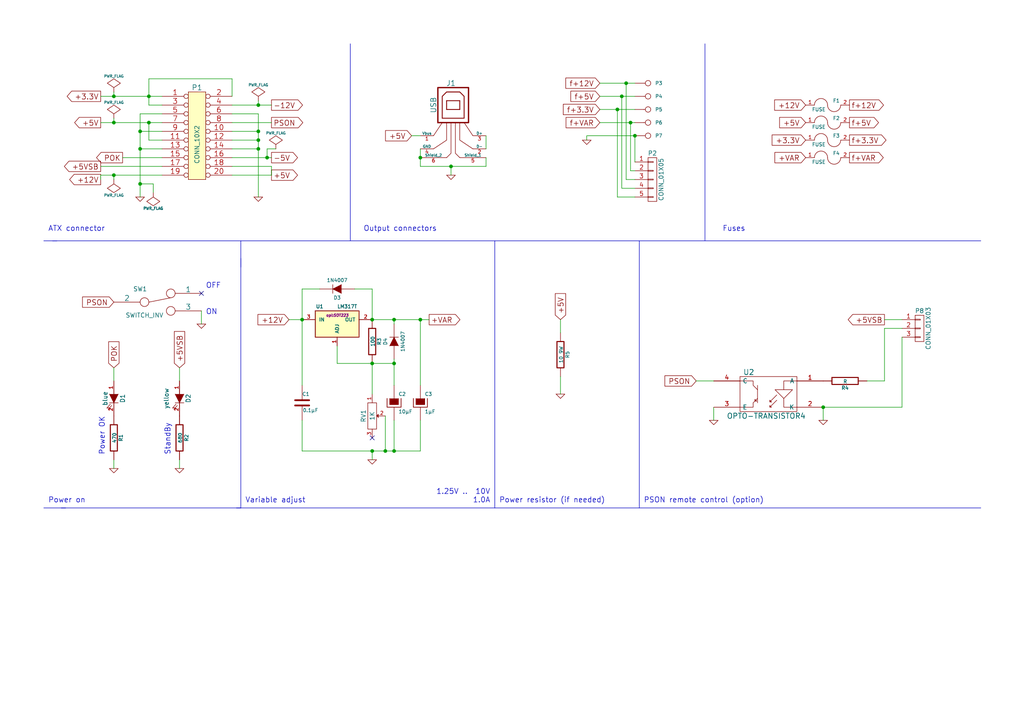
<source format=kicad_sch>
(kicad_sch (version 20230121) (generator eeschema)
  (paper "A4")
  (title_block (title "VATX : Variable ATX Power Supply") (date "18 mai 2015") (rev "v2.3") (company "Fablab Lannion") (comment 1 "Jérôme Labidurie"))
  (lib_symbols
    (symbol "vatx-rescue:C" (pin_numbers hide) (pin_names (offset 0.254))
      (property "Reference" "C" (at 0 2.54 0))
      (property "Value" "C" (at 0.1524 -2.159 0))
      (symbol "C_0_1"
        (polyline (pts (xy -2.032 -0.762) (xy 2.032 -0.762)) (stroke (width 0.508)))
        (polyline (pts (xy -2.032 0.762) (xy 2.032 0.762)) (stroke (width 0.508)))
      )
      (symbol "C_1_1"
        (pin passive line (at 0 5.08 270) (length 4.318) (name "~") (number "1"))
        (pin passive line (at 0 -5.08 90) (length 4.318) (name "~") (number "2"))
      )
    )
    (symbol "vatx-rescue:CAPAPOL" (pin_numbers hide) (pin_names (offset 0.254) hide)
      (property "Reference" "C" (at 1.27 2.54 0))
      (property "Value" "CAPAPOL" (at 1.27 -2.54 0))
      (symbol "CAPAPOL_0_1"
        (polyline (pts (xy -2.032 1.27) (xy -2.032 -1.27) (xy 2.032 -1.27) (xy 2.032 1.27)) (stroke (width 0.2032)))
        (polyline (pts (xy -1.27 1.27) (xy -1.27 -0.508) (xy 1.27 -0.508) (xy 1.27 1.27)) (fill (type outline)))
      )
      (symbol "CAPAPOL_1_1"
        (pin passive line (at 0 5.08 270) (length 3.81) (name "~") (number "1"))
        (pin passive line (at 0 -5.08 90) (length 3.81) (name "~") (number "2"))
      )
    )
    (symbol "vatx-rescue:CONN_01X03" (pin_names (offset 1.016) hide)
      (property "Reference" "P" (at 0 5.08 0))
      (property "Value" "CONN_01X03" (at 2.54 0 90))
      (symbol "CONN_01X03_0_1"
        (rectangle (start -1.27 -2.413) (end 0.254 -2.667))
        (rectangle (start -1.27 0.127) (end 0.254 -0.127))
        (rectangle (start -1.27 2.667) (end 0.254 2.413))
        (rectangle (start -1.27 3.81) (end 1.27 -3.81))
      )
      (symbol "CONN_01X03_1_1"
        (pin passive line (at -5.08 2.54 0) (length 3.81) (name "P1") (number "1"))
        (pin passive line (at -5.08 0 0) (length 3.81) (name "P2") (number "2"))
        (pin passive line (at -5.08 -2.54 0) (length 3.81) (name "P3") (number "3"))
      )
    )
    (symbol "vatx-rescue:CONN_01X05" (pin_names (offset 1.016) hide)
      (property "Reference" "P" (at 0 7.62 0))
      (property "Value" "CONN_01X05" (at 2.54 0 90))
      (symbol "CONN_01X05_0_1"
        (rectangle (start -1.27 -4.953) (end 0.254 -5.207))
        (rectangle (start -1.27 -2.413) (end 0.254 -2.667))
        (rectangle (start -1.27 0.127) (end 0.254 -0.127))
        (rectangle (start -1.27 2.667) (end 0.254 2.413))
        (rectangle (start -1.27 5.207) (end 0.254 4.953))
        (rectangle (start -1.27 6.35) (end 1.27 -6.35))
      )
      (symbol "CONN_01X05_1_1"
        (pin passive line (at -5.08 5.08 0) (length 3.81) (name "P1") (number "1"))
        (pin passive line (at -5.08 2.54 0) (length 3.81) (name "P2") (number "2"))
        (pin passive line (at -5.08 0 0) (length 3.81) (name "P3") (number "3"))
        (pin passive line (at -5.08 -2.54 0) (length 3.81) (name "P4") (number "4"))
        (pin passive line (at -5.08 -5.08 0) (length 3.81) (name "P5") (number "5"))
      )
    )
    (symbol "vatx-rescue:CONN_1" (pin_numbers hide) (pin_names (offset 0.762) hide)
      (property "Reference" "P" (at 2.032 0 0))
      (symbol "CONN_1_0_1"
        (polyline (pts (xy -0.762 0) (xy -1.27 0)))
        (circle (center 0 0) (radius 0.7874))
      )
      (symbol "CONN_1_1_1"
        (pin passive line (at -3.81 0 0) (length 2.54) (name "1") (number "1"))
      )
    )
    (symbol "vatx-rescue:CONN_10X2" (pin_names (offset 0.254) hide)
      (property "Reference" "P" (at 0 13.97 0))
      (property "Value" "CONN_10X2" (at 0 -2.54 90))
      (symbol "CONN_10X2_0_1"
        (rectangle (start -2.54 12.7) (end 2.54 -12.7) (fill (type background)))
      )
      (symbol "CONN_10X2_1_1"
        (pin passive inverted (at -10.16 11.43 0) (length 7.62) (name "P1") (number "1"))
        (pin passive inverted (at 10.16 1.27 180) (length 7.62) (name "P10") (number "10"))
        (pin passive inverted (at -10.16 -1.27 0) (length 7.62) (name "P11") (number "11"))
        (pin passive inverted (at 10.16 -1.27 180) (length 7.62) (name "P12") (number "12"))
        (pin passive inverted (at -10.16 -3.81 0) (length 7.62) (name "P13") (number "13"))
        (pin passive inverted (at 10.16 -3.81 180) (length 7.62) (name "P14") (number "14"))
        (pin passive inverted (at -10.16 -6.35 0) (length 7.62) (name "P15") (number "15"))
        (pin passive inverted (at 10.16 -6.35 180) (length 7.62) (name "P16") (number "16"))
        (pin passive inverted (at -10.16 -8.89 0) (length 7.62) (name "P17") (number "17"))
        (pin passive inverted (at 10.16 -8.89 180) (length 7.62) (name "P18") (number "18"))
        (pin passive inverted (at -10.16 -11.43 0) (length 7.62) (name "P19") (number "19"))
        (pin passive inverted (at 10.16 11.43 180) (length 7.62) (name "P2") (number "2"))
        (pin passive inverted (at 10.16 -11.43 180) (length 7.62) (name "P20") (number "20"))
        (pin passive inverted (at -10.16 8.89 0) (length 7.62) (name "P3") (number "3"))
        (pin passive inverted (at 10.16 8.89 180) (length 7.62) (name "P4") (number "4"))
        (pin passive inverted (at -10.16 6.35 0) (length 7.62) (name "P5") (number "5"))
        (pin passive inverted (at 10.16 6.35 180) (length 7.62) (name "P6") (number "6"))
        (pin passive inverted (at -10.16 3.81 0) (length 7.62) (name "P7") (number "7"))
        (pin passive inverted (at 10.16 3.81 180) (length 7.62) (name "P8") (number "8"))
        (pin passive inverted (at -10.16 1.27 0) (length 7.62) (name "P9") (number "9"))
      )
    )
    (symbol "vatx-rescue:DIODE" (pin_numbers hide) (pin_names (offset 1.016) hide)
      (property "Reference" "D" (at 0 2.54 0))
      (property "Value" "DIODE" (at 0 -2.54 0))
      (symbol "DIODE_0_1"
        (polyline (pts (xy 1.27 1.27) (xy 1.27 -1.27)) (stroke (width 0.1524)))
        (polyline (pts (xy -1.27 1.27) (xy 1.27 0) (xy -1.27 -1.27)) (fill (type outline)))
      )
      (symbol "DIODE_1_1"
        (pin passive line (at -5.08 0 0) (length 3.81) (name "A") (number "1"))
        (pin passive line (at 5.08 0 180) (length 3.81) (name "K") (number "2"))
      )
    )
    (symbol "vatx-rescue:FUSE" (pin_names (offset 0.254))
      (property "Reference" "F" (at 2.54 1.27 0))
      (property "Value" "FUSE" (at -2.54 -1.27 0))
      (symbol "FUSE_0_1"
        (arc (start 0 0) (mid -1.905 1.8967) (end -3.81 0))
        (arc (start 0 0) (mid 1.905 -1.8967) (end 3.81 0))
      )
      (symbol "FUSE_1_1"
        (pin input line (at -6.35 0 0) (length 2.54) (name "~") (number "1"))
        (pin input line (at 6.35 0 180) (length 2.54) (name "~") (number "2"))
      )
    )
    (symbol "vatx-rescue:GND" (power) (pin_names (offset 0))
      (symbol "GND_0_1"
        (polyline (pts (xy -1.27 0) (xy 0 -1.27) (xy 1.27 0) (xy -1.27 0)))
      )
      (symbol "GND_1_1"
        (pin power_in line (at 0 0 90) (length 0) hide (name "GND") (number "1"))
      )
    )
    (symbol "vatx-rescue:LED" (pin_names (offset 1.016) hide)
      (property "Reference" "D" (at 0 2.54 0))
      (property "Value" "LED" (at 0 -2.54 0))
      (symbol "LED_0_1"
        (polyline (pts (xy 1.27 1.27) (xy 1.27 -1.27)))
        (polyline (pts (xy -1.27 1.27) (xy 1.27 0) (xy -1.27 -1.27)) (fill (type outline)))
        (polyline (pts (xy 1.651 -1.016) (xy 2.794 -2.032) (xy 2.667 -1.397)))
        (polyline (pts (xy 2.032 -0.635) (xy 3.175 -1.651) (xy 3.048 -1.016)))
      )
      (symbol "LED_1_1"
        (pin passive line (at -5.08 0 0) (length 3.81) (name "A") (number "1"))
        (pin passive line (at 5.08 0 180) (length 3.81) (name "K") (number "2"))
      )
    )
    (symbol "vatx-rescue:LM317T" (pin_names (offset 1.016))
      (property "Reference" "U" (at -5.08 5.08 0))
      (property "Value" "LM317T" (at 0 5.08 0))
      (property "Footprint" "TO-220" (at 0 2.54 0))
      (symbol "LM317T_0_1"
        (rectangle (start -6.35 3.81) (end 6.35 -3.81) (stroke (width 0.254)) (fill (type background)))
      )
      (symbol "LM317T_1_1"
        (pin input line (at 0 -6.35 90) (length 2.54) (name "ADJ") (number "1"))
        (pin power_out line (at 10.16 1.27 180) (length 3.81) (name "OUT") (number "2"))
        (pin input line (at -10.16 1.27 0) (length 3.81) (name "IN") (number "3"))
      )
    )
    (symbol "vatx-rescue:OPTO-TRANSISTOR4" (pin_names (offset 0.762))
      (property "Reference" "U" (at 5.08 6.35 0))
      (property "Value" "OPTO-TRANSISTOR4" (at 0 -6.35 0))
      (symbol "OPTO-TRANSISTOR4_0_1"
        (rectangle (start -8.89 5.08) (end 7.62 -5.08))
        (polyline (pts (xy -8.89 -3.81) (xy -7.62 -3.81) (xy -7.62 -3.81)))
        (polyline (pts (xy -8.89 3.81) (xy -7.62 3.81) (xy -7.62 3.81)))
        (polyline (pts (xy -1.524 -2.286) (xy -1.016 -1.778) (xy -1.016 -1.778)))
        (polyline (pts (xy 2.54 2.54) (xy 2.54 -2.54) (xy 2.54 -2.54)))
        (polyline (pts (xy 7.62 -3.81) (xy 6.35 -3.81) (xy 6.35 -3.81)))
        (polyline (pts (xy 7.62 3.81) (xy 6.35 3.81) (xy 6.35 3.81)))
        (polyline (pts (xy -5.08 -1.27) (xy -5.08 -3.81) (xy -7.62 -3.81) (xy -7.62 -3.81)))
        (polyline (pts (xy 2.54 -1.27) (xy 3.81 -2.54) (xy 3.81 -3.81) (xy 6.35 -3.81) (xy 6.35 -3.81)))
        (polyline (pts (xy 2.54 1.27) (xy 3.81 2.54) (xy 3.81 3.81) (xy 6.35 3.81) (xy 6.35 3.81)))
        (polyline (pts (xy 2.794 -2.032) (xy 3.302 -1.524) (xy 3.302 -2.032) (xy 2.794 -2.032) (xy 2.794 -2.032)))
        (polyline (pts (xy -3.048 -0.254) (xy -1.016 -2.286) (xy -1.016 -1.778) (xy -1.016 -2.286) (xy -1.524 -2.286) (xy -1.524 -2.286)))
        (polyline (pts (xy -3.048 -1.778) (xy -1.016 -3.81) (xy -1.016 -3.302) (xy -1.016 -3.81) (xy -1.524 -3.81) (xy -1.016 -3.302) (xy -1.016 -3.302)))
        (polyline (pts (xy -7.62 3.81) (xy -5.08 3.81) (xy -5.08 1.27) (xy -7.62 1.27) (xy -5.08 -1.27) (xy -2.54 1.27) (xy -5.08 1.27) (xy -5.08 1.27)))
      )
      (symbol "OPTO-TRANSISTOR4_1_1"
        (pin input line (at -16.51 3.81 0) (length 7.62) (name "A") (number "1"))
        (pin input line (at -16.51 -3.81 0) (length 7.62) (name "K") (number "2"))
        (pin output line (at 15.24 -3.81 180) (length 7.62) (name "E") (number "3"))
        (pin output line (at 15.24 3.81 180) (length 7.62) (name "C") (number "4"))
      )
    )
    (symbol "vatx-rescue:POT" (pin_names (offset 1.016) hide)
      (property "Reference" "RV" (at 0 -2.54 0))
      (property "Value" "POT" (at 0 0 0))
      (symbol "POT_0_1"
        (rectangle (start -3.81 1.27) (end 3.81 -1.27))
        (polyline (pts (xy 0 1.27) (xy -0.508 1.778) (xy 0.508 1.778)) (fill (type outline)))
      )
      (symbol "POT_1_1"
        (pin passive line (at -6.35 0 0) (length 2.54) (name "1") (number "1"))
        (pin passive line (at 0 3.81 270) (length 2.032) (name "2") (number "2"))
        (pin passive line (at 6.35 0 180) (length 2.54) (name "3") (number "3"))
      )
    )
    (symbol "vatx-rescue:PWR_FLAG" (power) (pin_numbers hide) (pin_names (offset 0) hide)
      (property "Value" "PWR_FLAG" (at 0 4.572 0))
      (symbol "PWR_FLAG_0_0"
        (pin power_out line (at 0 0 90) (length 0) (name "pwr") (number "1"))
      )
      (symbol "PWR_FLAG_0_1"
        (polyline (pts (xy 0 0) (xy 0 1.27) (xy -1.905 2.54) (xy 0 3.81) (xy 1.905 2.54) (xy 0 1.27)))
      )
    )
    (symbol "vatx-rescue:R" (pin_numbers hide) (pin_names (offset 0))
      (property "Reference" "R" (at 2.032 0 90))
      (property "Value" "R" (at 0.1778 0.0254 90))
      (symbol "R_0_1"
        (rectangle (start -1.016 3.81) (end 1.016 -3.81) (stroke (width 0.3048)))
      )
      (symbol "R_1_1"
        (pin passive line (at 0 6.35 270) (length 2.54) (name "~") (number "1"))
        (pin passive line (at 0 -6.35 90) (length 2.54) (name "~") (number "2"))
      )
    )
    (symbol "vatx-rescue:SWITCH_INV" (pin_numbers hide) (pin_names (offset 0))
      (property "Reference" "SW" (at -5.08 3.81 0))
      (property "Value" "SWITCH_INV" (at -3.81 -3.81 0))
      (symbol "SWITCH_INV_0_0"
        (circle (center -3.81 0) (radius 1.27))
        (circle (center 3.81 -2.54) (radius 1.27))
      )
      (symbol "SWITCH_INV_0_1"
        (polyline (pts (xy -2.54 0) (xy 3.81 1.27)))
        (circle (center 3.81 2.54) (radius 1.27))
      )
      (symbol "SWITCH_INV_1_1"
        (pin passive line (at 12.7 2.54 180) (length 7.62) (name "1") (number "1"))
        (pin passive line (at -12.7 0 0) (length 7.62) (name "2") (number "2"))
        (pin passive line (at 12.7 -2.54 180) (length 7.62) (name "3") (number "3"))
      )
    )
    (symbol "vatx-rescue:USB" (pin_names (offset 0))
      (property "Reference" "J" (at -1.27 10.16 0))
      (property "Value" "USB" (at -6.35 3.81 90))
      (symbol "USB_0_1"
        (rectangle (start -2.54 5.08) (end -2.54 2.54) (stroke (width 0.254)))
        (rectangle (start -2.54 5.08) (end -2.54 5.08))
        (rectangle (start -2.54 5.08) (end 1.27 5.08) (stroke (width 0.254)))
        (polyline (pts (xy -3.81 -1.27) (xy -6.35 -5.08) (xy -6.35 -5.08)))
        (polyline (pts (xy 2.54 -1.27) (xy 5.08 -5.08) (xy 5.08 -5.08)))
        (polyline (pts (xy -2.54 -11.43) (xy -1.27 -10.16) (xy -1.27 -1.27) (xy -1.27 -1.27)))
        (polyline (pts (xy -2.54 -1.27) (xy -2.54 -6.35) (xy -6.35 -8.89) (xy -6.35 -8.89)))
        (polyline (pts (xy 0 -1.27) (xy 0 -10.16) (xy 1.27 -11.43) (xy 1.27 -11.43)))
        (polyline (pts (xy 1.27 -1.27) (xy 1.27 -6.35) (xy 5.08 -8.89) (xy 5.08 -8.89)))
        (polyline (pts (xy -5.08 -1.27) (xy 3.81 -1.27) (xy 3.81 8.89) (xy -5.08 8.89) (xy -5.08 -1.27) (xy -5.08 -1.27)) (stroke (width 0.381)))
        (polyline (pts (xy -3.81 0) (xy 2.54 0) (xy 2.54 6.35) (xy 1.27 7.62) (xy -2.54 7.62) (xy -3.81 6.35) (xy -3.81 0) (xy -3.81 0) (xy -3.81 0)) (stroke (width 0.254)))
        (rectangle (start 1.27 2.54) (end -2.54 2.54) (stroke (width 0.254)))
        (rectangle (start 1.27 2.54) (end 1.27 5.08) (stroke (width 0.254)))
      )
      (symbol "USB_1_1"
        (pin power_out line (at -10.16 -5.08 0) (length 3.81) (name "Vbus") (number "1"))
        (pin bidirectional line (at 8.89 -8.89 180) (length 3.81) (name "D-") (number "2"))
        (pin bidirectional line (at 8.89 -5.08 180) (length 3.81) (name "D+") (number "3"))
        (pin power_in line (at -10.16 -8.89 0) (length 3.81) (name "GND") (number "4"))
        (pin passive line (at 8.89 -11.43 180) (length 7.62) (name "Shield_1") (number "5"))
        (pin passive line (at -10.16 -11.43 0) (length 7.62) (name "Shield_2") (number "6"))
      )
    )
  )
  (junction (at 33.02 27.94))
  (junction (at 130.81 48.26))
  (junction (at 40.64 43.18))
  (junction (at 107.95 92.71))
  (junction (at 40.64 53.34))
  (junction (at 114.3 130.81))
  (junction (at 181.61 24.13))
  (junction (at 114.3 92.71))
  (junction (at 182.88 35.56))
  (junction (at 180.34 27.94))
  (junction (at 111.76 130.81))
  (junction (at 40.64 38.1))
  (junction (at 107.95 105.41))
  (junction (at 33.02 50.8))
  (junction (at 238.76 118.11))
  (junction (at 114.3 105.41))
  (junction (at 107.95 130.81))
  (junction (at 43.18 35.56))
  (junction (at 33.02 35.56))
  (junction (at 179.07 31.75))
  (junction (at 121.92 92.71))
  (junction (at 74.93 38.1))
  (junction (at 184.15 39.37))
  (junction (at 74.93 40.64))
  (junction (at 87.63 92.71))
  (junction (at 121.92 45.72))
  (junction (at 74.93 30.48))
  (junction (at 77.47 45.72))
  (junction (at 74.93 43.18))
  (junction (at 43.18 27.94))
  (no_connect (at 107.95 127))
  (no_connect (at 58.42 85.09))
  (wire (pts (xy 180.34 54.61) (xy 180.34 27.94)))
  (wire (pts (xy 261.62 92.71) (xy 256.54 92.71)))
  (wire (pts (xy 119.38 39.37) (xy 121.92 39.37)))
  (wire (pts (xy 87.63 130.81) (xy 107.95 130.81)))
  (wire (pts (xy 107.95 130.81) (xy 111.76 130.81)))
  (wire (pts (xy 52.07 133.35) (xy 52.07 135.89)))
  (polyline (pts (xy 204.47 69.85) (xy 204.47 12.7)))
  (wire (pts (xy 114.3 92.71) (xy 121.92 92.71)))
  (wire (pts (xy 33.02 110.49) (xy 33.02 106.68)))
  (polyline (pts (xy 16.51 69.85) (xy 12.7 69.85)))
  (polyline (pts (xy 101.6 69.85) (xy 101.6 12.7)))
  (wire (pts (xy 162.56 109.22) (xy 162.56 114.3)))
  (wire (pts (xy 179.07 31.75) (xy 184.15 31.75)))
  (wire (pts (xy 184.15 39.37) (xy 184.15 46.99)))
  (wire (pts (xy 87.63 121.92) (xy 87.63 130.81)))
  (wire (pts (xy 67.31 35.56) (xy 78.74 35.56)))
  (wire (pts (xy 29.21 27.94) (xy 33.02 27.94)))
  (wire (pts (xy 184.15 49.53) (xy 182.88 49.53)))
  (wire (pts (xy 130.81 48.26) (xy 140.97 48.26)))
  (wire (pts (xy 92.71 83.82) (xy 87.63 83.82)))
  (wire (pts (xy 67.31 38.1) (xy 74.93 38.1)))
  (wire (pts (xy 179.07 57.15) (xy 179.07 31.75)))
  (wire (pts (xy 107.95 83.82) (xy 102.87 83.82)))
  (wire (pts (xy 111.76 120.65) (xy 111.76 130.81)))
  (wire (pts (xy 114.3 105.41) (xy 114.3 111.76)))
  (wire (pts (xy 67.31 40.64) (xy 74.93 40.64)))
  (wire (pts (xy 140.97 39.37) (xy 140.97 43.18)))
  (wire (pts (xy 121.92 48.26) (xy 130.81 48.26)))
  (wire (pts (xy 182.88 35.56) (xy 184.15 35.56)))
  (wire (pts (xy 40.64 53.34) (xy 44.45 53.34)))
  (wire (pts (xy 184.15 54.61) (xy 180.34 54.61)))
  (wire (pts (xy 87.63 92.71) (xy 83.82 92.71)))
  (wire (pts (xy 33.02 35.56) (xy 33.02 34.29)))
  (wire (pts (xy 121.92 45.72) (xy 121.92 48.26)))
  (wire (pts (xy 201.93 110.49) (xy 207.01 110.49)))
  (wire (pts (xy 67.31 43.18) (xy 74.93 43.18)))
  (wire (pts (xy 130.81 48.26) (xy 130.81 50.8)))
  (wire (pts (xy 44.45 53.34) (xy 44.45 55.88)))
  (wire (pts (xy 33.02 50.8) (xy 29.21 50.8)))
  (wire (pts (xy 52.07 110.49) (xy 52.07 106.68)))
  (polyline (pts (xy 19.05 147.32) (xy 12.7 147.32)))
  (wire (pts (xy 43.18 40.64) (xy 43.18 35.56)))
  (wire (pts (xy 58.42 90.17) (xy 58.42 93.98)))
  (wire (pts (xy 46.99 40.64) (xy 43.18 40.64)))
  (wire (pts (xy 173.99 24.13) (xy 181.61 24.13)))
  (wire (pts (xy 256.54 110.49) (xy 251.46 110.49)))
  (polyline (pts (xy 69.85 77.47) (xy 69.85 69.85)))
  (wire (pts (xy 33.02 52.07) (xy 33.02 50.8)))
  (wire (pts (xy 87.63 92.71) (xy 87.63 111.76)))
  (wire (pts (xy 40.64 33.02) (xy 40.64 38.1)))
  (wire (pts (xy 238.76 118.11) (xy 238.76 121.92)))
  (wire (pts (xy 261.62 97.79) (xy 261.62 118.11)))
  (wire (pts (xy 43.18 22.86) (xy 43.18 27.94)))
  (wire (pts (xy 78.74 50.8) (xy 78.74 48.26)))
  (wire (pts (xy 97.79 100.33) (xy 97.79 105.41)))
  (wire (pts (xy 46.99 38.1) (xy 40.64 38.1)))
  (wire (pts (xy 181.61 52.07) (xy 181.61 24.13)))
  (wire (pts (xy 33.02 27.94) (xy 33.02 26.67)))
  (wire (pts (xy 74.93 33.02) (xy 74.93 38.1)))
  (wire (pts (xy 46.99 35.56) (xy 43.18 35.56)))
  (wire (pts (xy 67.31 30.48) (xy 74.93 30.48)))
  (wire (pts (xy 40.64 38.1) (xy 40.64 43.18)))
  (wire (pts (xy 114.3 121.92) (xy 114.3 130.81)))
  (wire (pts (xy 74.93 38.1) (xy 74.93 40.64)))
  (wire (pts (xy 162.56 92.71) (xy 162.56 96.52)))
  (wire (pts (xy 33.02 133.35) (xy 33.02 135.89)))
  (wire (pts (xy 184.15 52.07) (xy 181.61 52.07)))
  (wire (pts (xy 111.76 130.81) (xy 114.3 130.81)))
  (wire (pts (xy 74.93 30.48) (xy 78.74 30.48)))
  (wire (pts (xy 121.92 43.18) (xy 121.92 45.72)))
  (wire (pts (xy 114.3 104.14) (xy 114.3 105.41)))
  (wire (pts (xy 121.92 92.71) (xy 124.46 92.71)))
  (wire (pts (xy 173.99 27.94) (xy 180.34 27.94)))
  (wire (pts (xy 46.99 45.72) (xy 35.56 45.72)))
  (wire (pts (xy 43.18 27.94) (xy 43.18 30.48)))
  (wire (pts (xy 87.63 83.82) (xy 87.63 92.71)))
  (wire (pts (xy 114.3 130.81) (xy 121.92 130.81)))
  (wire (pts (xy 67.31 27.94) (xy 67.31 22.86)))
  (wire (pts (xy 43.18 30.48) (xy 46.99 30.48)))
  (polyline (pts (xy 185.42 147.32) (xy 185.42 69.85)))
  (wire (pts (xy 67.31 45.72) (xy 77.47 45.72)))
  (wire (pts (xy 97.79 105.41) (xy 107.95 105.41)))
  (wire (pts (xy 40.64 53.34) (xy 40.64 57.15)))
  (wire (pts (xy 256.54 95.25) (xy 256.54 110.49)))
  (wire (pts (xy 77.47 45.72) (xy 78.74 45.72)))
  (wire (pts (xy 121.92 130.81) (xy 121.92 121.92)))
  (wire (pts (xy 170.18 39.37) (xy 170.18 40.64)))
  (wire (pts (xy 46.99 33.02) (xy 40.64 33.02)))
  (wire (pts (xy 67.31 48.26) (xy 78.74 48.26)))
  (wire (pts (xy 43.18 27.94) (xy 46.99 27.94)))
  (wire (pts (xy 207.01 118.11) (xy 207.01 121.92)))
  (wire (pts (xy 74.93 43.18) (xy 74.93 57.15)))
  (wire (pts (xy 107.95 92.71) (xy 114.3 92.71)))
  (wire (pts (xy 107.95 114.3) (xy 107.95 105.41)))
  (wire (pts (xy 107.95 105.41) (xy 114.3 105.41)))
  (wire (pts (xy 40.64 43.18) (xy 40.64 53.34)))
  (wire (pts (xy 114.3 93.98) (xy 114.3 92.71)))
  (wire (pts (xy 29.21 50.8) (xy 29.21 52.07)))
  (wire (pts (xy 184.15 57.15) (xy 179.07 57.15)))
  (wire (pts (xy 67.31 50.8) (xy 78.74 50.8)))
  (wire (pts (xy 67.31 33.02) (xy 74.93 33.02)))
  (wire (pts (xy 173.99 31.75) (xy 179.07 31.75)))
  (wire (pts (xy 67.31 22.86) (xy 43.18 22.86)))
  (polyline (pts (xy 69.85 147.32) (xy 17.78 147.32)))
  (wire (pts (xy 107.95 92.71) (xy 107.95 83.82)))
  (wire (pts (xy 46.99 50.8) (xy 33.02 50.8)))
  (wire (pts (xy 46.99 48.26) (xy 29.21 48.26)))
  (wire (pts (xy 74.93 40.64) (xy 74.93 43.18)))
  (wire (pts (xy 80.01 43.18) (xy 77.47 43.18)))
  (wire (pts (xy 121.92 111.76) (xy 121.92 92.71)))
  (wire (pts (xy 107.95 133.35) (xy 107.95 130.81)))
  (wire (pts (xy 33.02 35.56) (xy 29.21 35.56)))
  (wire (pts (xy 43.18 35.56) (xy 33.02 35.56)))
  (wire (pts (xy 181.61 24.13) (xy 184.15 24.13)))
  (wire (pts (xy 170.18 39.37) (xy 184.15 39.37)))
  (wire (pts (xy 180.34 27.94) (xy 184.15 27.94)))
  (polyline (pts (xy 69.85 74.93) (xy 69.85 147.32)))
  (wire (pts (xy 46.99 43.18) (xy 40.64 43.18)))
  (wire (pts (xy 173.99 35.56) (xy 182.88 35.56)))
  (polyline (pts (xy 143.51 147.32) (xy 143.51 69.85)))
  (wire (pts (xy 261.62 118.11) (xy 238.76 118.11)))
  (wire (pts (xy 74.93 29.21) (xy 74.93 30.48)))
  (polyline (pts (xy 15.24 69.85) (xy 284.48 69.85)))
  (wire (pts (xy 261.62 95.25) (xy 256.54 95.25)))
  (polyline (pts (xy 68.58 147.32) (xy 284.48 147.32)))
  (wire (pts (xy 77.47 43.18) (xy 77.47 45.72)))
  (wire (pts (xy 140.97 48.26) (xy 140.97 45.72)))
  (wire (pts (xy 33.02 27.94) (xy 43.18 27.94)))
  (wire (pts (xy 182.88 49.53) (xy 182.88 35.56)))
  (text "1.25V ..  10V\n1.0A" (at 142.24 146.05 0) (effects (font (size 1.524 1.524)) (justify right bottom)))
  (text "Power resistor (if needed)" (at 144.78 146.05 0) (effects (font (size 1.524 1.524)) (justify left bottom)))
  (text "Power on" (at 13.97 146.05 0) (effects (font (size 1.524 1.524)) (justify left bottom)))
  (text "Power OK" (at 30.48 132.08 90) (effects (font (size 1.524 1.524)) (justify left bottom)))
  (text "StandBy" (at 49.53 132.08 90) (effects (font (size 1.524 1.524)) (justify left bottom)))
  (text "ATX connector" (at 30.48 67.31 0) (effects (font (size 1.524 1.524)) (justify right bottom)))
  (text "Output connectors" (at 105.41 67.31 0) (effects (font (size 1.524 1.524)) (justify left bottom)))
  (text "Fuses" (at 209.55 67.31 0) (effects (font (size 1.524 1.524)) (justify left bottom)))
  (text "ON" (at 59.69 91.44 0) (effects (font (size 1.524 1.524)) (justify left bottom)))
  (text "Variable adjust" (at 71.12 146.05 0) (effects (font (size 1.524 1.524)) (justify left bottom)))
  (text "OFF" (at 59.69 83.82 0) (effects (font (size 1.524 1.524)) (justify left bottom)))
  (text "PSON remote control (option)" (at 186.69 146.05 0) (effects (font (size 1.524 1.524)) (justify left bottom)))
  (global_label "PSON" (shape input) (at 201.93 110.49 180) (effects (font (size 1.524 1.524))) (property "Intersheetrefs" "${INTERSHEET_REFS}" (effects hide)))
  (global_label "+3.3V" (shape output) (at 29.21 27.94 180) (effects (font (size 1.524 1.524))) (property "Intersheetrefs" "${INTERSHEET_REFS}" (effects hide)))
  (global_label "-5V" (shape output) (at 78.74 45.72 0) (effects (font (size 1.524 1.524))) (property "Intersheetrefs" "${INTERSHEET_REFS}" (effects hide)))
  (global_label "f+5V" (shape input) (at 173.99 27.94 180) (effects (font (size 1.524 1.524))) (property "Intersheetrefs" "${INTERSHEET_REFS}" (effects hide)))
  (global_label "+12V" (shape output) (at 29.21 52.07 180) (effects (font (size 1.524 1.524))) (property "Intersheetrefs" "${INTERSHEET_REFS}" (effects hide)))
  (global_label "PSON" (shape output) (at 78.74 35.56 0) (effects (font (size 1.524 1.524))) (property "Intersheetrefs" "${INTERSHEET_REFS}" (effects hide)))
  (global_label "+VAR" (shape input) (at 233.68 45.72 180) (effects (font (size 1.524 1.524))) (property "Intersheetrefs" "${INTERSHEET_REFS}" (effects hide)))
  (global_label "+5V" (shape output) (at 29.21 35.56 180) (effects (font (size 1.524 1.524))) (property "Intersheetrefs" "${INTERSHEET_REFS}" (effects hide)))
  (global_label "f+5V" (shape output) (at 246.38 35.56 0) (effects (font (size 1.524 1.524))) (property "Intersheetrefs" "${INTERSHEET_REFS}" (effects hide)))
  (global_label "PSON" (shape input) (at 33.02 87.63 180) (effects (font (size 1.524 1.524))) (property "Intersheetrefs" "${INTERSHEET_REFS}" (effects hide)))
  (global_label "+5VSB" (shape output) (at 256.54 92.71 180) (effects (font (size 1.524 1.524))) (property "Intersheetrefs" "${INTERSHEET_REFS}" (effects hide)))
  (global_label "POK" (shape input) (at 33.02 106.68 90) (effects (font (size 1.524 1.524))) (property "Intersheetrefs" "${INTERSHEET_REFS}" (effects hide)))
  (global_label "f+3.3V" (shape output) (at 246.38 40.64 0) (effects (font (size 1.524 1.524))) (property "Intersheetrefs" "${INTERSHEET_REFS}" (effects hide)))
  (global_label "f+12V" (shape input) (at 173.99 24.13 180) (effects (font (size 1.524 1.524))) (property "Intersheetrefs" "${INTERSHEET_REFS}" (effects hide)))
  (global_label "+5V" (shape input) (at 162.56 92.71 90) (effects (font (size 1.524 1.524))) (property "Intersheetrefs" "${INTERSHEET_REFS}" (effects hide)))
  (global_label "POK" (shape output) (at 35.56 45.72 180) (effects (font (size 1.524 1.524))) (property "Intersheetrefs" "${INTERSHEET_REFS}" (effects hide)))
  (global_label "+5V" (shape input) (at 233.68 35.56 180) (effects (font (size 1.524 1.524))) (property "Intersheetrefs" "${INTERSHEET_REFS}" (effects hide)))
  (global_label "+5VSB" (shape input) (at 52.07 106.68 90) (effects (font (size 1.524 1.524))) (property "Intersheetrefs" "${INTERSHEET_REFS}" (effects hide)))
  (global_label "+5V" (shape output) (at 78.74 50.8 0) (effects (font (size 1.524 1.524))) (property "Intersheetrefs" "${INTERSHEET_REFS}" (effects hide)))
  (global_label "+5VSB" (shape output) (at 29.21 48.26 180) (effects (font (size 1.524 1.524))) (property "Intersheetrefs" "${INTERSHEET_REFS}" (effects hide)))
  (global_label "+12V" (shape input) (at 83.82 92.71 180) (effects (font (size 1.524 1.524))) (property "Intersheetrefs" "${INTERSHEET_REFS}" (effects hide)))
  (global_label "+5V" (shape input) (at 119.38 39.37 180) (effects (font (size 1.524 1.524))) (property "Intersheetrefs" "${INTERSHEET_REFS}" (effects hide)))
  (global_label "+VAR" (shape output) (at 124.46 92.71 0) (effects (font (size 1.524 1.524))) (property "Intersheetrefs" "${INTERSHEET_REFS}" (effects hide)))
  (global_label "f+VAR" (shape output) (at 246.38 45.72 0) (effects (font (size 1.524 1.524))) (property "Intersheetrefs" "${INTERSHEET_REFS}" (effects hide)))
  (global_label "f+12V" (shape output) (at 246.38 30.48 0) (effects (font (size 1.524 1.524))) (property "Intersheetrefs" "${INTERSHEET_REFS}" (effects hide)))
  (global_label "f+3.3V" (shape input) (at 173.99 31.75 180) (effects (font (size 1.524 1.524))) (property "Intersheetrefs" "${INTERSHEET_REFS}" (effects hide)))
  (global_label "+3.3V" (shape input) (at 233.68 40.64 180) (effects (font (size 1.524 1.524))) (property "Intersheetrefs" "${INTERSHEET_REFS}" (effects hide)))
  (global_label "+12V" (shape input) (at 233.68 30.48 180) (effects (font (size 1.524 1.524))) (property "Intersheetrefs" "${INTERSHEET_REFS}" (effects hide)))
  (global_label "f+VAR" (shape input) (at 173.99 35.56 180) (effects (font (size 1.524 1.524))) (property "Intersheetrefs" "${INTERSHEET_REFS}" (effects hide)))
  (global_label "-12V" (shape output) (at 78.74 30.48 0) (effects (font (size 1.524 1.524))) (property "Intersheetrefs" "${INTERSHEET_REFS}" (effects hide)))
  (symbol (lib_id "vatx-rescue:CONN_10X2") (at 57.15 39.37 0) (unit 1)
    (property "Reference" "P1" (at 57.15 25.4 0) (effects (font (size 1.524 1.524))))
    (property "Value" "CONN_10X2" (at 57.15 41.91 90))
    (property "Footprint" "atx:ATX_NON_90DEG" (effects hide))
  )
  (symbol (lib_id "vatx-rescue:GND") (at 40.64 57.15 0) (unit 1)
    (property "Reference" "#PWR01" (effects hide))
    (property "Value" "GND" (effects hide))
  )
  (symbol (lib_id "vatx-rescue:GND") (at 74.93 57.15 0) (unit 1)
    (property "Reference" "#PWR02" (effects hide))
    (property "Value" "GND" (effects hide))
  )
  (symbol (lib_id "vatx-rescue:SWITCH_INV") (at 45.72 87.63 0) (unit 1)
    (property "Reference" "SW1" (at 40.64 83.82 0))
    (property "Value" "SWITCH_INV" (at 41.91 91.44 0))
    (property "Footprint" "opl:TS-1101F" (effects hide))
  )
  (symbol (lib_id "vatx-rescue:GND") (at 58.42 93.98 0) (unit 1)
    (property "Reference" "#PWR03" (effects hide))
    (property "Value" "GND" (effects hide))
  )
  (symbol (lib_id "vatx-rescue:LED") (at 33.02 115.57 270) (unit 1)
    (property "Reference" "D1" (at 35.56 115.57 0))
    (property "Value" "blue" (at 30.48 115.57 0))
    (property "Footprint" "LEDs:LED-0603" (effects hide))
  )
  (symbol (lib_id "vatx-rescue:R") (at 33.02 127 0) (unit 1)
    (property "Reference" "R1" (at 35.052 127 90) (effects (font (size 1.016 1.016))))
    (property "Value" "470" (at 33.1978 126.9746 90) (effects (font (size 1.016 1.016))))
    (property "Footprint" "Resistors_SMD:R_0603" (effects hide))
  )
  (symbol (lib_id "vatx-rescue:GND") (at 33.02 135.89 0) (unit 1)
    (property "Reference" "#PWR04" (effects hide))
    (property "Value" "GND" (effects hide))
  )
  (symbol (lib_id "vatx-rescue:LED") (at 52.07 115.57 270) (unit 1)
    (property "Reference" "D2" (at 54.61 115.57 0))
    (property "Value" "yellow" (at 48.26 115.57 0))
    (property "Footprint" "LEDs:LED-0603" (effects hide))
  )
  (symbol (lib_id "vatx-rescue:R") (at 52.07 127 0) (unit 1)
    (property "Reference" "R2" (at 54.102 127 90) (effects (font (size 1.016 1.016))))
    (property "Value" "680" (at 52.2478 126.9746 90) (effects (font (size 1.016 1.016))))
    (property "Footprint" "Resistors_SMD:R_0603" (effects hide))
  )
  (symbol (lib_id "vatx-rescue:GND") (at 52.07 135.89 0) (unit 1)
    (property "Reference" "#PWR05" (effects hide))
    (property "Value" "GND" (effects hide))
  )
  (symbol (lib_id "vatx-rescue:LM317T") (at 97.79 93.98 0) (unit 1)
    (property "Reference" "U1" (at 92.71 88.9 0) (effects (font (size 1.016 1.016))))
    (property "Value" "LM317T" (at 97.79 88.9 0) (effects (font (size 1.016 1.016)) (justify left)))
    (property "Footprint" "opl:SOT223" (at 97.79 91.44 0) (effects (font (size 0.762 0.762) italic)))
  )
  (symbol (lib_id "vatx-rescue:R") (at 107.95 99.06 0) (unit 1)
    (property "Reference" "R3" (at 109.982 99.06 90) (effects (font (size 1.016 1.016))))
    (property "Value" "100" (at 108.1278 99.0346 90) (effects (font (size 1.016 1.016))))
    (property "Footprint" "Resistors_SMD:R_0603" (effects hide))
  )
  (symbol (lib_id "vatx-rescue:GND") (at 107.95 133.35 0) (unit 1)
    (property "Reference" "#PWR06" (effects hide))
    (property "Value" "GND" (effects hide))
  )
  (symbol (lib_id "vatx-rescue:POT") (at 107.95 120.65 270) (unit 1)
    (property "Reference" "RV1" (at 105.41 120.65 0))
    (property "Value" "1K" (at 107.95 120.65 0))
    (property "Footprint" "Potentiometers:Potentiometer_Alps-RK16-single_largePads" (effects hide))
  )
  (symbol (lib_id "vatx-rescue:CONN_1") (at 187.96 24.13 0) (unit 1)
    (property "Reference" "P3" (at 189.992 24.13 0) (effects (font (size 1.016 1.016)) (justify left)))
    (property "Value" "CONN_1" (effects hide))
    (property "Footprint" "atx:Banana_single_6mmDrill" (effects hide))
  )
  (symbol (lib_id "vatx-rescue:CONN_1") (at 187.96 27.94 0) (unit 1)
    (property "Reference" "P4" (at 189.992 27.94 0) (effects (font (size 1.016 1.016)) (justify left)))
    (property "Value" "CONN_1" (effects hide))
    (property "Footprint" "atx:Banana_single_6mmDrill" (effects hide))
  )
  (symbol (lib_id "vatx-rescue:CONN_1") (at 187.96 31.75 0) (unit 1)
    (property "Reference" "P5" (at 189.992 31.75 0) (effects (font (size 1.016 1.016)) (justify left)))
    (property "Value" "CONN_1" (effects hide))
    (property "Footprint" "atx:Banana_single_6mmDrill" (effects hide))
  )
  (symbol (lib_id "vatx-rescue:CONN_1") (at 187.96 35.56 0) (unit 1)
    (property "Reference" "P6" (at 189.992 35.56 0) (effects (font (size 1.016 1.016)) (justify left)))
    (property "Value" "CONN_1" (effects hide))
    (property "Footprint" "atx:Banana_single_6mmDrill" (effects hide))
  )
  (symbol (lib_id "vatx-rescue:CONN_1") (at 187.96 39.37 0) (unit 1)
    (property "Reference" "P7" (at 189.992 39.37 0) (effects (font (size 1.016 1.016)) (justify left)))
    (property "Value" "CONN_1" (effects hide))
    (property "Footprint" "atx:Banana_single_6mmDrill" (effects hide))
  )
  (symbol (lib_id "vatx-rescue:GND") (at 170.18 40.64 0) (unit 1)
    (property "Reference" "#PWR07" (effects hide))
    (property "Value" "GND" (effects hide))
  )
  (symbol (lib_id "vatx-rescue:GND") (at 130.81 50.8 0) (unit 1)
    (property "Reference" "#PWR08" (effects hide))
    (property "Value" "GND" (effects hide))
  )
  (symbol (lib_id "vatx-rescue:DIODE") (at 97.79 83.82 180) (unit 1)
    (property "Reference" "D3" (at 97.79 86.36 0) (effects (font (size 1.016 1.016))))
    (property "Value" "1N4007" (at 97.79 81.28 0) (effects (font (size 1.016 1.016))))
    (property "Footprint" "opl:DO-214AC" (effects hide))
  )
  (symbol (lib_id "vatx-rescue:DIODE") (at 114.3 99.06 90) (unit 1)
    (property "Reference" "D4" (at 111.76 99.06 0) (effects (font (size 1.016 1.016))))
    (property "Value" "1N4007" (at 116.84 99.06 0) (effects (font (size 1.016 1.016))))
    (property "Footprint" "opl:DO-214AC" (effects hide))
  )
  (symbol (lib_id "vatx-rescue:CAPAPOL") (at 121.92 116.84 0) (unit 1)
    (property "Reference" "C3" (at 123.19 114.3 0) (effects (font (size 1.016 1.016)) (justify left)))
    (property "Value" "1µF" (at 123.19 119.38 0) (effects (font (size 1.016 1.016)) (justify left)))
    (property "Footprint" "SMD_Packages:SMD-0805" (effects hide))
  )
  (symbol (lib_id "vatx-rescue:CAPAPOL") (at 114.3 116.84 0) (unit 1)
    (property "Reference" "C2" (at 115.57 114.3 0) (effects (font (size 1.016 1.016)) (justify left)))
    (property "Value" "10µF" (at 115.57 119.38 0) (effects (font (size 1.016 1.016)) (justify left)))
    (property "Footprint" "SMD_Packages:SMD-0805" (effects hide))
  )
  (symbol (lib_id "vatx-rescue:C") (at 87.63 116.84 0) (unit 1)
    (property "Reference" "C1" (at 87.63 114.3 0) (effects (font (size 1.016 1.016)) (justify left)))
    (property "Value" "0.1µF" (at 87.7824 118.999 0) (effects (font (size 1.016 1.016)) (justify left)))
    (property "Footprint" "SMD_Packages:SMD-0603_c" (effects hide))
  )
  (symbol (lib_id "vatx-rescue:PWR_FLAG") (at 33.02 34.29 0) (unit 1)
    (property "Reference" "#FLG09" (effects hide))
    (property "Value" "PWR_FLAG" (at 33.02 29.718 0) (effects (font (size 0.762 0.762))))
  )
  (symbol (lib_id "vatx-rescue:PWR_FLAG") (at 44.45 55.88 180) (unit 1)
    (property "Reference" "#FLG010" (effects hide))
    (property "Value" "PWR_FLAG" (at 44.45 60.452 0) (effects (font (size 0.762 0.762))))
  )
  (symbol (lib_id "vatx-rescue:PWR_FLAG") (at 33.02 26.67 0) (unit 1)
    (property "Reference" "#FLG011" (effects hide))
    (property "Value" "PWR_FLAG" (at 33.02 22.098 0) (effects (font (size 0.762 0.762))))
  )
  (symbol (lib_id "vatx-rescue:PWR_FLAG") (at 74.93 29.21 0) (unit 1)
    (property "Reference" "#FLG012" (effects hide))
    (property "Value" "PWR_FLAG" (at 74.93 24.638 0) (effects (font (size 0.762 0.762))))
  )
  (symbol (lib_id "vatx-rescue:PWR_FLAG") (at 33.02 52.07 180) (unit 1)
    (property "Reference" "#FLG013" (effects hide))
    (property "Value" "PWR_FLAG" (at 33.02 56.642 0) (effects (font (size 0.762 0.762))))
  )
  (symbol (lib_id "vatx-rescue:PWR_FLAG") (at 80.01 43.18 0) (unit 1)
    (property "Reference" "#FLG014" (effects hide))
    (property "Value" "PWR_FLAG" (at 80.01 38.608 0) (effects (font (size 0.762 0.762))))
  )
  (symbol (lib_id "vatx-rescue:USB") (at 132.08 34.29 0) (unit 1)
    (property "Reference" "J1" (at 130.81 24.13 0) (effects (font (size 1.524 1.524))))
    (property "Value" "USB" (at 125.73 30.48 90) (effects (font (size 1.524 1.524))))
    (property "Footprint" "opl:4P-2.0-90D" (effects hide))
  )
  (symbol (lib_id "vatx-rescue:FUSE") (at 240.03 30.48 0) (unit 1)
    (property "Reference" "F1" (at 242.57 29.21 0) (effects (font (size 1.016 1.016))))
    (property "Value" "FUSE" (at 237.49 31.75 0) (effects (font (size 1.016 1.016))))
    (property "Footprint" "SMD_Packages:SMD-1206" (effects hide))
  )
  (symbol (lib_id "vatx-rescue:FUSE") (at 240.03 35.56 0) (unit 1)
    (property "Reference" "F2" (at 242.57 34.29 0) (effects (font (size 1.016 1.016))))
    (property "Value" "FUSE" (at 237.49 36.83 0) (effects (font (size 1.016 1.016))))
    (property "Footprint" "SMD_Packages:SMD-1206" (effects hide))
  )
  (symbol (lib_id "vatx-rescue:FUSE") (at 240.03 40.64 0) (unit 1)
    (property "Reference" "F3" (at 242.57 39.37 0) (effects (font (size 1.016 1.016))))
    (property "Value" "FUSE" (at 237.49 41.91 0) (effects (font (size 1.016 1.016))))
    (property "Footprint" "SMD_Packages:SMD-1206" (effects hide))
  )
  (symbol (lib_id "vatx-rescue:FUSE") (at 240.03 45.72 0) (unit 1)
    (property "Reference" "F4" (at 242.57 44.45 0) (effects (font (size 1.016 1.016))))
    (property "Value" "FUSE" (at 237.49 46.99 0) (effects (font (size 1.016 1.016))))
    (property "Footprint" "SMD_Packages:SMD-1206" (effects hide))
  )
  (symbol (lib_id "vatx-rescue:R") (at 162.56 102.87 0) (unit 1)
    (property "Reference" "R5" (at 164.592 102.87 90) (effects (font (size 1.016 1.016))))
    (property "Value" "10 9W" (at 162.7378 102.8446 90) (effects (font (size 1.016 1.016))))
    (property "Footprint" "Resistors_ThroughHole:Resistor_Horizontal_RM25mm" (effects hide))
  )
  (symbol (lib_id "vatx-rescue:GND") (at 162.56 114.3 0) (unit 1)
    (property "Reference" "#PWR015" (effects hide))
    (property "Value" "GND" (effects hide))
  )
  (symbol (lib_id "vatx-rescue:CONN_01X05") (at 189.23 52.07 0) (unit 1)
    (property "Reference" "P2" (at 189.23 44.45 0))
    (property "Value" "CONN_01X05" (at 191.77 52.07 90))
    (property "Footprint" "Pin_Headers:Pin_Header_Straight_1x05" (effects hide))
  )
  (symbol (lib_id "vatx-rescue:OPTO-TRANSISTOR4") (at 222.25 114.3 0) (mirror y) (unit 1)
    (property "Reference" "U2" (at 217.17 107.95 0) (effects (font (size 1.524 1.524))))
    (property "Value" "OPTO-TRANSISTOR4" (at 222.25 120.65 0) (effects (font (size 1.524 1.524))))
    (property "Footprint" "Opto-Devices:Optocoupler_SMD_HandSoldering_KPC357_LTV35x_PC357_SingleChannel" (effects hide))
  )
  (symbol (lib_id "vatx-rescue:R") (at 245.11 110.49 270) (unit 1)
    (property "Reference" "R4" (at 245.11 112.522 90) (effects (font (size 1.016 1.016))))
    (property "Value" "R" (at 245.1354 110.6678 90) (effects (font (size 1.016 1.016))))
    (property "Footprint" "Resistors_SMD:R_0603_HandSoldering" (effects hide))
  )
  (symbol (lib_id "vatx-rescue:GND") (at 238.76 121.92 0) (unit 1)
    (property "Reference" "#PWR016" (effects hide))
    (property "Value" "GND" (effects hide))
  )
  (symbol (lib_id "vatx-rescue:GND") (at 207.01 121.92 0) (unit 1)
    (property "Reference" "#PWR017" (effects hide))
    (property "Value" "GND" (effects hide))
  )
  (symbol (lib_id "vatx-rescue:CONN_01X03") (at 266.7 95.25 0) (unit 1)
    (property "Reference" "P8" (at 266.7 90.17 0))
    (property "Value" "CONN_01X03" (at 269.24 95.25 90))
    (property "Footprint" "Pin_Headers:Pin_Header_Straight_1x03" (effects hide))
  )
)
</source>
